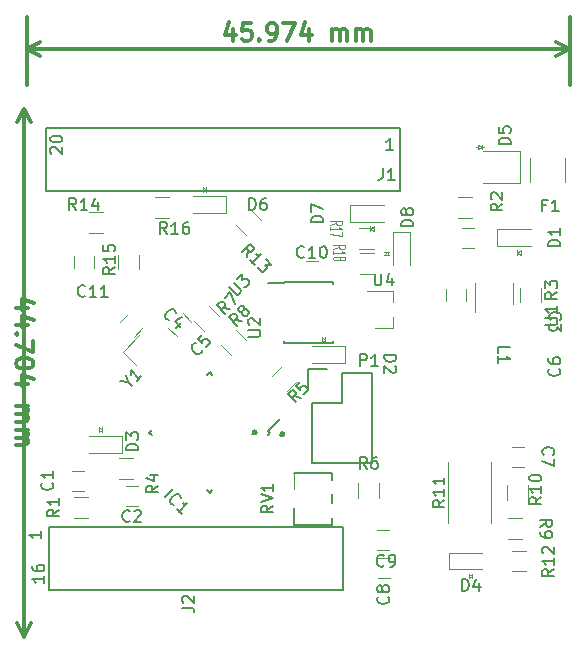
<source format=gbr>
%TF.GenerationSoftware,KiCad,Pcbnew,no-vcs-found-b18601d~60~ubuntu16.04.1*%
%TF.CreationDate,2017-12-11T16:29:56-05:00*%
%TF.ProjectId,etc.,6574632E2E6B696361645F7063620000,rev?*%
%TF.SameCoordinates,Original*%
%TF.FileFunction,Legend,Top*%
%TF.FilePolarity,Positive*%
%FSLAX46Y46*%
G04 Gerber Fmt 4.6, Leading zero omitted, Abs format (unit mm)*
G04 Created by KiCad (PCBNEW no-vcs-found-b18601d~60~ubuntu16.04.1) date Mon Dec 11 16:29:56 2017*
%MOMM*%
%LPD*%
G01*
G04 APERTURE LIST*
%ADD10C,0.300000*%
%ADD11C,0.120000*%
%ADD12C,0.100000*%
%ADD13C,0.150000*%
%ADD14C,0.500000*%
%ADD15C,0.125000*%
G04 APERTURE END LIST*
D10*
X154901000Y-66400571D02*
X154901000Y-67400571D01*
X154543857Y-65829142D02*
X154186714Y-66900571D01*
X155115285Y-66900571D01*
X156401000Y-65900571D02*
X155686714Y-65900571D01*
X155615285Y-66614857D01*
X155686714Y-66543428D01*
X155829571Y-66472000D01*
X156186714Y-66472000D01*
X156329571Y-66543428D01*
X156401000Y-66614857D01*
X156472428Y-66757714D01*
X156472428Y-67114857D01*
X156401000Y-67257714D01*
X156329571Y-67329142D01*
X156186714Y-67400571D01*
X155829571Y-67400571D01*
X155686714Y-67329142D01*
X155615285Y-67257714D01*
X157115285Y-67257714D02*
X157186714Y-67329142D01*
X157115285Y-67400571D01*
X157043857Y-67329142D01*
X157115285Y-67257714D01*
X157115285Y-67400571D01*
X157901000Y-67400571D02*
X158186714Y-67400571D01*
X158329571Y-67329142D01*
X158401000Y-67257714D01*
X158543857Y-67043428D01*
X158615285Y-66757714D01*
X158615285Y-66186285D01*
X158543857Y-66043428D01*
X158472428Y-65972000D01*
X158329571Y-65900571D01*
X158043857Y-65900571D01*
X157901000Y-65972000D01*
X157829571Y-66043428D01*
X157758142Y-66186285D01*
X157758142Y-66543428D01*
X157829571Y-66686285D01*
X157901000Y-66757714D01*
X158043857Y-66829142D01*
X158329571Y-66829142D01*
X158472428Y-66757714D01*
X158543857Y-66686285D01*
X158615285Y-66543428D01*
X159115285Y-65900571D02*
X160115285Y-65900571D01*
X159472428Y-67400571D01*
X161329571Y-66400571D02*
X161329571Y-67400571D01*
X160972428Y-65829142D02*
X160615285Y-66900571D01*
X161543857Y-66900571D01*
X163258142Y-67400571D02*
X163258142Y-66400571D01*
X163258142Y-66543428D02*
X163329571Y-66472000D01*
X163472428Y-66400571D01*
X163686714Y-66400571D01*
X163829571Y-66472000D01*
X163901000Y-66614857D01*
X163901000Y-67400571D01*
X163901000Y-66614857D02*
X163972428Y-66472000D01*
X164115285Y-66400571D01*
X164329571Y-66400571D01*
X164472428Y-66472000D01*
X164543857Y-66614857D01*
X164543857Y-67400571D01*
X165258142Y-67400571D02*
X165258142Y-66400571D01*
X165258142Y-66543428D02*
X165329571Y-66472000D01*
X165472428Y-66400571D01*
X165686714Y-66400571D01*
X165829571Y-66472000D01*
X165901000Y-66614857D01*
X165901000Y-67400571D01*
X165901000Y-66614857D02*
X165972428Y-66472000D01*
X166115285Y-66400571D01*
X166329571Y-66400571D01*
X166472428Y-66472000D01*
X166543857Y-66614857D01*
X166543857Y-67400571D01*
X137414000Y-68072000D02*
X183388000Y-68072000D01*
X137414000Y-71120000D02*
X137414000Y-65372000D01*
X183388000Y-71120000D02*
X183388000Y-65372000D01*
X183388000Y-68072000D02*
X182261496Y-68658421D01*
X183388000Y-68072000D02*
X182261496Y-67485579D01*
X137414000Y-68072000D02*
X138540504Y-68658421D01*
X137414000Y-68072000D02*
X138540504Y-67485579D01*
X137481428Y-90004000D02*
X136481428Y-90004000D01*
X138052857Y-89646857D02*
X136981428Y-89289714D01*
X136981428Y-90218285D01*
X137481428Y-91432571D02*
X136481428Y-91432571D01*
X138052857Y-91075428D02*
X136981428Y-90718285D01*
X136981428Y-91646857D01*
X136624285Y-92218285D02*
X136552857Y-92289714D01*
X136481428Y-92218285D01*
X136552857Y-92146857D01*
X136624285Y-92218285D01*
X136481428Y-92218285D01*
X137981428Y-92789714D02*
X137981428Y-93789714D01*
X136481428Y-93146857D01*
X137981428Y-94646857D02*
X137981428Y-94789714D01*
X137910000Y-94932571D01*
X137838571Y-95004000D01*
X137695714Y-95075428D01*
X137410000Y-95146857D01*
X137052857Y-95146857D01*
X136767142Y-95075428D01*
X136624285Y-95004000D01*
X136552857Y-94932571D01*
X136481428Y-94789714D01*
X136481428Y-94646857D01*
X136552857Y-94504000D01*
X136624285Y-94432571D01*
X136767142Y-94361142D01*
X137052857Y-94289714D01*
X137410000Y-94289714D01*
X137695714Y-94361142D01*
X137838571Y-94432571D01*
X137910000Y-94504000D01*
X137981428Y-94646857D01*
X137481428Y-96432571D02*
X136481428Y-96432571D01*
X138052857Y-96075428D02*
X136981428Y-95718285D01*
X136981428Y-96646857D01*
X136481428Y-98361142D02*
X137481428Y-98361142D01*
X137338571Y-98361142D02*
X137410000Y-98432571D01*
X137481428Y-98575428D01*
X137481428Y-98789714D01*
X137410000Y-98932571D01*
X137267142Y-99004000D01*
X136481428Y-99004000D01*
X137267142Y-99004000D02*
X137410000Y-99075428D01*
X137481428Y-99218285D01*
X137481428Y-99432571D01*
X137410000Y-99575428D01*
X137267142Y-99646857D01*
X136481428Y-99646857D01*
X136481428Y-100361142D02*
X137481428Y-100361142D01*
X137338571Y-100361142D02*
X137410000Y-100432571D01*
X137481428Y-100575428D01*
X137481428Y-100789714D01*
X137410000Y-100932571D01*
X137267142Y-101004000D01*
X136481428Y-101004000D01*
X137267142Y-101004000D02*
X137410000Y-101075428D01*
X137481428Y-101218285D01*
X137481428Y-101432571D01*
X137410000Y-101575428D01*
X137267142Y-101646857D01*
X136481428Y-101646857D01*
X137160000Y-73152000D02*
X137160000Y-117856000D01*
X137160000Y-73152000D02*
X137160000Y-73152000D01*
X137160000Y-117856000D02*
X137160000Y-117856000D01*
X137160000Y-117856000D02*
X136573579Y-116729496D01*
X137160000Y-117856000D02*
X137746421Y-116729496D01*
X137160000Y-73152000D02*
X136573579Y-74278504D01*
X137160000Y-73152000D02*
X137746421Y-74278504D01*
D11*
%TO.C,D8*%
X169864000Y-83628000D02*
X169864000Y-86428000D01*
X168464000Y-83628000D02*
X168464000Y-86428000D01*
D12*
X168094000Y-85582000D02*
X167694000Y-85582000D01*
X167694000Y-85582000D02*
X167894000Y-85282000D01*
X167894000Y-85282000D02*
X168094000Y-85582000D01*
X168094000Y-85282000D02*
X167694000Y-85282000D01*
D11*
X169864000Y-83628000D02*
X168464000Y-83628000D01*
D13*
%TO.C,U2*%
X159214999Y-87849000D02*
X159215000Y-87899000D01*
X163365001Y-87849000D02*
X163365000Y-87994000D01*
X163365001Y-92999000D02*
X163365000Y-92854000D01*
X159214999Y-92999000D02*
X159215000Y-92854000D01*
X159214999Y-87849000D02*
X163365001Y-87849000D01*
X159214999Y-92999000D02*
X163365001Y-92999000D01*
X159215000Y-87899000D02*
X157815000Y-87898999D01*
D11*
%TO.C,D3*%
X145480001Y-102300000D02*
X145480001Y-100900000D01*
D12*
X143826001Y-100530000D02*
X143826002Y-100130000D01*
X143826001Y-100330000D02*
X143526001Y-100530000D01*
X143526002Y-100130000D02*
X143826001Y-100330000D01*
X143526001Y-100530000D02*
X143526002Y-100130000D01*
D11*
X145480001Y-100900000D02*
X142680001Y-100900000D01*
X145480001Y-102300000D02*
X142680001Y-102300000D01*
D13*
%TO.C,J2*%
X139300000Y-108602000D02*
X139300000Y-113902000D01*
X164230000Y-108602000D02*
X164230000Y-113902000D01*
X139300000Y-108602000D02*
X164230000Y-108602000D01*
X139300000Y-113902000D02*
X164230000Y-113902000D01*
%TO.C,J1*%
X139046000Y-74820001D02*
X139045999Y-80120000D01*
X169056000Y-74820000D02*
X169056000Y-80120000D01*
X139046000Y-74820001D02*
X169056000Y-74820000D01*
X139045999Y-80120000D02*
X169056000Y-80120000D01*
D11*
%TO.C,R13*%
X156012010Y-83850518D02*
X155163482Y-83001990D01*
X156407990Y-81757482D02*
X157256518Y-82606010D01*
D13*
%TO.C,P1*%
X161544000Y-98044000D02*
X161543999Y-103124000D01*
X161264000Y-95224000D02*
X162814000Y-95223999D01*
X164084000Y-95504000D02*
X164084000Y-98044000D01*
X164084000Y-98044000D02*
X161544000Y-98044000D01*
X161543999Y-103124000D02*
X166624000Y-103124000D01*
X166624000Y-103124000D02*
X166624000Y-98044000D01*
X161264000Y-95224000D02*
X161263999Y-96774000D01*
X166624000Y-95504000D02*
X164084000Y-95504000D01*
X166624000Y-98044000D02*
X166624000Y-95504000D01*
D14*
%TO.C,IC1*%
X156712548Y-100566039D02*
G75*
G03X156712548Y-100566039I-50801J0D01*
G01*
X159047414Y-100709724D02*
G75*
G03X159047414Y-100709724I-50800J0D01*
G01*
D13*
X158034524Y-100584000D02*
X157875425Y-100424901D01*
X152908000Y-105710524D02*
X152678190Y-105480714D01*
X147781476Y-100584000D02*
X148011286Y-100813810D01*
X152908000Y-95457476D02*
X153137810Y-95687286D01*
X158034524Y-100584000D02*
X157804714Y-100813810D01*
X152908000Y-95457476D02*
X152678190Y-95687286D01*
X147781476Y-100584000D02*
X148011286Y-100354190D01*
X152908000Y-105710524D02*
X153137810Y-105480714D01*
X157875425Y-100424901D02*
X158883052Y-99417274D01*
D11*
%TO.C,D2*%
X164360000Y-94680000D02*
X161560000Y-94680000D01*
X164360000Y-93280000D02*
X161560000Y-93280000D01*
D12*
X162406000Y-92910000D02*
X162406001Y-92510000D01*
X162406001Y-92510000D02*
X162706000Y-92710000D01*
X162706000Y-92710000D02*
X162406000Y-92910000D01*
X162706000Y-92910000D02*
X162706001Y-92510000D01*
D11*
X164360000Y-94680000D02*
X164360000Y-93280000D01*
%TO.C,D6*%
X154284000Y-81980000D02*
X154284000Y-80580000D01*
D12*
X152630000Y-80210000D02*
X152630000Y-79810000D01*
X152630000Y-80010000D02*
X152330000Y-80210000D01*
X152330000Y-79810000D02*
X152630000Y-80010000D01*
X152330000Y-80210000D02*
X152330000Y-79810000D01*
D11*
X154284000Y-80580000D02*
X151484000Y-80580000D01*
X154284000Y-81980000D02*
X151484000Y-81980000D01*
D12*
%TO.C,Y1*%
X145536416Y-93754843D02*
X146950629Y-92340629D01*
X145536416Y-93754843D02*
X146667786Y-94886214D01*
D11*
%TO.C,C1*%
X142232000Y-103798000D02*
X141232000Y-103798000D01*
X141232000Y-105498000D02*
X142232000Y-105498000D01*
%TO.C,C2*%
X145804000Y-106768000D02*
X146804000Y-106768000D01*
X146804000Y-105068000D02*
X145804000Y-105068000D01*
%TO.C,C3*%
X174268000Y-84924000D02*
X175268000Y-84924000D01*
X175268000Y-83224000D02*
X174268000Y-83224000D01*
%TO.C,C4*%
X146001620Y-90540299D02*
X145294513Y-91247406D01*
X146496594Y-92449487D02*
X147203701Y-91742380D01*
%TO.C,C5*%
X151322594Y-91192513D02*
X150615487Y-90485406D01*
X149413406Y-91687487D02*
X150120513Y-92394594D01*
%TO.C,C6*%
X172886000Y-88400000D02*
X172886000Y-89400000D01*
X174586000Y-89400000D02*
X174586000Y-88400000D01*
%TO.C,C7*%
X179493796Y-101758342D02*
X178493796Y-101758342D01*
X178493796Y-103458342D02*
X179493796Y-103458342D01*
%TO.C,C8*%
X167140000Y-112864000D02*
X168140000Y-112864000D01*
X168140000Y-111164000D02*
X167140000Y-111164000D01*
%TO.C,C9*%
X168080466Y-108846262D02*
X167080466Y-108846262D01*
X167080466Y-110546262D02*
X168080466Y-110546262D01*
%TO.C,C10*%
X162060000Y-86018000D02*
X161060000Y-86018000D01*
X161060000Y-87718000D02*
X162060000Y-87718000D01*
%TO.C,C11*%
X143090000Y-86606000D02*
X143090000Y-85606000D01*
X141390000Y-85606000D02*
X141390000Y-86606000D01*
%TO.C,D1*%
X177270000Y-83374000D02*
X177270000Y-84774000D01*
D12*
X178924000Y-85144000D02*
X178924000Y-85544000D01*
X178924000Y-85344000D02*
X179224000Y-85144000D01*
X179224000Y-85544000D02*
X178924000Y-85344000D01*
X179224000Y-85144000D02*
X179224000Y-85544000D01*
D11*
X177270000Y-84774000D02*
X180070000Y-84774000D01*
X177270000Y-83374000D02*
X180070000Y-83374000D01*
%TO.C,D4*%
X173198545Y-110747295D02*
X173198545Y-112147295D01*
D12*
X174852545Y-112517295D02*
X174852545Y-112917295D01*
X174852545Y-112717295D02*
X175152545Y-112517295D01*
X175152545Y-112917295D02*
X174852545Y-112717295D01*
X175152545Y-112517295D02*
X175152545Y-112917295D01*
D11*
X173198545Y-112147295D02*
X175998545Y-112147295D01*
X173198545Y-110747295D02*
X175998545Y-110747295D01*
%TO.C,D5*%
X179197000Y-79438500D02*
X179197000Y-76771500D01*
D12*
X175638000Y-76409000D02*
X175488000Y-76409000D01*
X175638000Y-76609000D02*
X175938000Y-76409000D01*
X175638000Y-76209000D02*
X175638000Y-76609000D01*
X175938000Y-76409000D02*
X175638000Y-76209000D01*
X175938000Y-76409000D02*
X176088000Y-76409000D01*
X175938000Y-76209000D02*
X175938000Y-76609000D01*
D11*
X179197000Y-76771500D02*
X176022000Y-76771500D01*
X179197000Y-79438500D02*
X176022000Y-79438500D01*
%TO.C,D7*%
X164824000Y-81342000D02*
X167624000Y-81342000D01*
X164824000Y-82742000D02*
X167624000Y-82742000D01*
D12*
X166778000Y-83112000D02*
X166778000Y-83512000D01*
X166778000Y-83512000D02*
X166478000Y-83312000D01*
X166478000Y-83312000D02*
X166778000Y-83112000D01*
X166478000Y-83112000D02*
X166478000Y-83512000D01*
D11*
X164824000Y-81342000D02*
X164824000Y-82742000D01*
%TO.C,F1*%
X180003000Y-79359000D02*
X180003000Y-77359000D01*
X182963000Y-77359000D02*
X182963000Y-79359000D01*
%TO.C,R1*%
X142586000Y-107814000D02*
X141386000Y-107814000D01*
X141386000Y-106054000D02*
X142586000Y-106054000D01*
%TO.C,R2*%
X175098000Y-82414000D02*
X173898000Y-82414000D01*
X173898000Y-80654000D02*
X175098000Y-80654000D01*
%TO.C,R3*%
X179206000Y-89500000D02*
X179206000Y-88300000D01*
X180966000Y-88300000D02*
X180966000Y-89500000D01*
%TO.C,R4*%
X145196000Y-102752000D02*
X146396000Y-102752000D01*
X146396000Y-104512000D02*
X145196000Y-104512000D01*
%TO.C,R5*%
X158211482Y-95814010D02*
X159060010Y-94965482D01*
X160304518Y-96209990D02*
X159455990Y-97058518D01*
%TO.C,R6*%
X165490000Y-106076001D02*
X165490000Y-104876001D01*
X167250000Y-104876001D02*
X167250000Y-106076001D01*
%TO.C,R7*%
X152456010Y-91978518D02*
X151607482Y-91129990D01*
X152851990Y-89885482D02*
X153700518Y-90734010D01*
%TO.C,R8*%
X155137990Y-91917482D02*
X155986518Y-92766010D01*
X154742010Y-94010518D02*
X153893482Y-93161990D01*
%TO.C,R9*%
X179339796Y-109584342D02*
X178139796Y-109584342D01*
X178139796Y-107824342D02*
X179339796Y-107824342D01*
%TO.C,R10*%
X179873796Y-105056342D02*
X179873796Y-106256342D01*
X178113796Y-106256342D02*
X178113796Y-105056342D01*
%TO.C,R11*%
X176749796Y-103056342D02*
X176749796Y-108256342D01*
X173109796Y-108256342D02*
X173109796Y-103056342D01*
%TO.C,R12*%
X178470000Y-110567295D02*
X179670000Y-110567295D01*
X179670000Y-112327295D02*
X178470000Y-112327295D01*
%TO.C,R14*%
X143856000Y-83684000D02*
X142656000Y-83684000D01*
X142656000Y-81924000D02*
X143856000Y-81924000D01*
%TO.C,R15*%
X146930000Y-85506000D02*
X146930000Y-86706000D01*
X145170000Y-86706000D02*
X145170000Y-85506000D01*
%TO.C,R16*%
X149444000Y-82414000D02*
X148244000Y-82414000D01*
X148244000Y-80654000D02*
X149444000Y-80654000D01*
%TO.C,R17*%
X165579873Y-83247135D02*
X166779873Y-83247135D01*
X166779873Y-85007135D02*
X165579873Y-85007135D01*
%TO.C,R18*%
X166840873Y-87166135D02*
X165640873Y-87166135D01*
X165640873Y-85406135D02*
X166840873Y-85406135D01*
%TO.C,RV1*%
X160020000Y-105372000D02*
X160020000Y-103972000D01*
D13*
X160020000Y-106972000D02*
X160020000Y-108372000D01*
X160020000Y-108372000D02*
X163270000Y-108372000D01*
X163270000Y-108372000D02*
X163270000Y-107772000D01*
X163270000Y-106572000D02*
X163270000Y-105772000D01*
X163270000Y-104572000D02*
X163270000Y-103972000D01*
X160040000Y-103972000D02*
X163270000Y-103972000D01*
D11*
%TO.C,U1*%
X178582000Y-89716000D02*
X178582000Y-87916000D01*
X175362000Y-87916000D02*
X175362000Y-90366000D01*
%TO.C,U4*%
X168400000Y-91750000D02*
X168400000Y-90820000D01*
X168400000Y-88590000D02*
X168400000Y-89520000D01*
X168400000Y-88590000D02*
X166240000Y-88590000D01*
X168400000Y-91750000D02*
X166940000Y-91750000D01*
%TO.C,D8*%
D13*
X170124380Y-83118095D02*
X169124380Y-83118095D01*
X169124380Y-82880000D01*
X169172000Y-82737142D01*
X169267238Y-82641904D01*
X169362476Y-82594285D01*
X169552952Y-82546666D01*
X169695809Y-82546666D01*
X169886285Y-82594285D01*
X169981523Y-82641904D01*
X170076761Y-82737142D01*
X170124380Y-82880000D01*
X170124380Y-83118095D01*
X169552952Y-81975238D02*
X169505333Y-82070476D01*
X169457714Y-82118095D01*
X169362476Y-82165714D01*
X169314857Y-82165714D01*
X169219619Y-82118095D01*
X169172000Y-82070476D01*
X169124380Y-81975238D01*
X169124380Y-81784761D01*
X169172000Y-81689523D01*
X169219619Y-81641904D01*
X169314857Y-81594285D01*
X169362476Y-81594285D01*
X169457714Y-81641904D01*
X169505333Y-81689523D01*
X169552952Y-81784761D01*
X169552952Y-81975238D01*
X169600571Y-82070476D01*
X169648190Y-82118095D01*
X169743428Y-82165714D01*
X169933904Y-82165714D01*
X170029142Y-82118095D01*
X170076761Y-82070476D01*
X170124380Y-81975238D01*
X170124380Y-81784761D01*
X170076761Y-81689523D01*
X170029142Y-81641904D01*
X169933904Y-81594285D01*
X169743428Y-81594285D01*
X169648190Y-81641904D01*
X169600571Y-81689523D01*
X169552952Y-81784761D01*
%TO.C,U2*%
X156170380Y-92455904D02*
X156979904Y-92455904D01*
X157075142Y-92408285D01*
X157122761Y-92360666D01*
X157170380Y-92265428D01*
X157170380Y-92074952D01*
X157122761Y-91979714D01*
X157075142Y-91932095D01*
X156979904Y-91884476D01*
X156170380Y-91884476D01*
X156265619Y-91455904D02*
X156218000Y-91408285D01*
X156170380Y-91313047D01*
X156170380Y-91074952D01*
X156218000Y-90979714D01*
X156265619Y-90932095D01*
X156360857Y-90884476D01*
X156456095Y-90884476D01*
X156598952Y-90932095D01*
X157170380Y-91503523D01*
X157170380Y-90884476D01*
%TO.C,D3*%
X146842382Y-102084095D02*
X145842382Y-102084095D01*
X145842382Y-101846000D01*
X145890002Y-101703142D01*
X145985240Y-101607904D01*
X146080478Y-101560285D01*
X146270954Y-101512666D01*
X146413811Y-101512666D01*
X146604287Y-101560285D01*
X146699525Y-101607904D01*
X146794763Y-101703142D01*
X146842382Y-101846000D01*
X146842382Y-102084095D01*
X145842382Y-101179333D02*
X145842382Y-100560285D01*
X146223335Y-100893619D01*
X146223335Y-100750761D01*
X146270954Y-100655523D01*
X146318573Y-100607904D01*
X146413811Y-100560285D01*
X146651906Y-100560285D01*
X146747144Y-100607904D01*
X146794763Y-100655523D01*
X146842382Y-100750761D01*
X146842382Y-101036476D01*
X146794763Y-101131714D01*
X146747144Y-101179333D01*
%TO.C,J2*%
X150582380Y-115395333D02*
X151296666Y-115395333D01*
X151439523Y-115442952D01*
X151534761Y-115538190D01*
X151582380Y-115681047D01*
X151582380Y-115776285D01*
X150677619Y-114966761D02*
X150630000Y-114919142D01*
X150582380Y-114823904D01*
X150582380Y-114585809D01*
X150630000Y-114490571D01*
X150677619Y-114442952D01*
X150772857Y-114395333D01*
X150868095Y-114395333D01*
X151010952Y-114442952D01*
X151582380Y-115014380D01*
X151582380Y-114395333D01*
X138882380Y-112712476D02*
X138882380Y-113283904D01*
X138882380Y-112998190D02*
X137882380Y-112998190D01*
X138025238Y-113093428D01*
X138120476Y-113188666D01*
X138168095Y-113283904D01*
X137882380Y-111855333D02*
X137882380Y-112045809D01*
X137930000Y-112141047D01*
X137977619Y-112188666D01*
X138120476Y-112283904D01*
X138310952Y-112331523D01*
X138691904Y-112331523D01*
X138787142Y-112283904D01*
X138834761Y-112236285D01*
X138882380Y-112141047D01*
X138882380Y-111950571D01*
X138834761Y-111855333D01*
X138787142Y-111807714D01*
X138691904Y-111760095D01*
X138453809Y-111760095D01*
X138358571Y-111807714D01*
X138310952Y-111855333D01*
X138263333Y-111950571D01*
X138263333Y-112141047D01*
X138310952Y-112236285D01*
X138358571Y-112283904D01*
X138453809Y-112331523D01*
X138628380Y-108934285D02*
X138628380Y-109505714D01*
X138628380Y-109220000D02*
X137628380Y-109220000D01*
X137771238Y-109315238D01*
X137866476Y-109410476D01*
X137914095Y-109505714D01*
%TO.C,J1*%
X167560666Y-78192380D02*
X167560666Y-78906666D01*
X167513047Y-79049523D01*
X167417809Y-79144761D01*
X167274952Y-79192380D01*
X167179714Y-79192380D01*
X168560666Y-79192380D02*
X167989238Y-79192380D01*
X168274952Y-79192380D02*
X168274952Y-78192380D01*
X168179714Y-78335238D01*
X168084476Y-78430476D01*
X167989238Y-78478095D01*
X139501619Y-76961904D02*
X139454000Y-76914285D01*
X139406380Y-76819047D01*
X139406380Y-76580952D01*
X139454000Y-76485714D01*
X139501619Y-76438095D01*
X139596857Y-76390476D01*
X139692095Y-76390476D01*
X139834952Y-76438095D01*
X140406380Y-77009523D01*
X140406380Y-76390476D01*
X139406380Y-75771428D02*
X139406380Y-75676190D01*
X139454000Y-75580952D01*
X139501619Y-75533333D01*
X139596857Y-75485714D01*
X139787333Y-75438095D01*
X140025428Y-75438095D01*
X140215904Y-75485714D01*
X140311142Y-75533333D01*
X140358761Y-75580952D01*
X140406380Y-75676190D01*
X140406380Y-75771428D01*
X140358761Y-75866666D01*
X140311142Y-75914285D01*
X140215904Y-75961904D01*
X140025428Y-76009523D01*
X139787333Y-76009523D01*
X139596857Y-75961904D01*
X139501619Y-75914285D01*
X139454000Y-75866666D01*
X139406380Y-75771428D01*
X168433713Y-76652380D02*
X167862284Y-76652380D01*
X168147999Y-76652380D02*
X168147999Y-75652380D01*
X168052760Y-75795238D01*
X167957522Y-75890476D01*
X167862284Y-75938095D01*
%TO.C,R13*%
X156033797Y-85717312D02*
X156134812Y-85144893D01*
X155629736Y-85313251D02*
X156336843Y-84606145D01*
X156606217Y-84875519D01*
X156639889Y-84976534D01*
X156639889Y-85043877D01*
X156606217Y-85144893D01*
X156505202Y-85245908D01*
X156404186Y-85279580D01*
X156336843Y-85279580D01*
X156235828Y-85245908D01*
X155966454Y-84976534D01*
X156707232Y-86390748D02*
X156303171Y-85986687D01*
X156505202Y-86188717D02*
X157212309Y-85481610D01*
X157043950Y-85515282D01*
X156909263Y-85515282D01*
X156808248Y-85481610D01*
X157650041Y-85919343D02*
X158087774Y-86357076D01*
X157582698Y-86390748D01*
X157683713Y-86491763D01*
X157717385Y-86592778D01*
X157717385Y-86660122D01*
X157683713Y-86761137D01*
X157515354Y-86929496D01*
X157414339Y-86963167D01*
X157346996Y-86963167D01*
X157245980Y-86929496D01*
X157043950Y-86727465D01*
X157010278Y-86626450D01*
X157010278Y-86559106D01*
%TO.C,P1*%
X165631904Y-94940380D02*
X165631904Y-93940380D01*
X166012857Y-93940380D01*
X166108095Y-93988000D01*
X166155714Y-94035619D01*
X166203333Y-94130857D01*
X166203333Y-94273714D01*
X166155714Y-94368952D01*
X166108095Y-94416571D01*
X166012857Y-94464190D01*
X165631904Y-94464190D01*
X167155714Y-94940380D02*
X166584285Y-94940380D01*
X166870000Y-94940380D02*
X166870000Y-93940380D01*
X166774761Y-94083238D01*
X166679523Y-94178476D01*
X166584285Y-94226095D01*
%TO.C,IC1*%
X149103847Y-106055610D02*
X149810954Y-105348503D01*
X149911969Y-106729045D02*
X149844625Y-106729045D01*
X149709938Y-106661702D01*
X149642595Y-106594358D01*
X149575251Y-106459671D01*
X149575251Y-106324984D01*
X149608923Y-106223969D01*
X149709938Y-106055610D01*
X149810954Y-105954595D01*
X149979312Y-105853580D01*
X150080328Y-105819908D01*
X150215015Y-105819908D01*
X150349702Y-105887251D01*
X150417045Y-105954595D01*
X150484389Y-106089282D01*
X150484389Y-106156625D01*
X150518061Y-107469824D02*
X150114000Y-107065763D01*
X150316030Y-107267793D02*
X151023137Y-106560687D01*
X150854778Y-106594358D01*
X150720091Y-106594358D01*
X150619076Y-106560687D01*
%TO.C,D2*%
X167695619Y-94003904D02*
X168695619Y-94003904D01*
X168695619Y-94242000D01*
X168648000Y-94384857D01*
X168552761Y-94480095D01*
X168457523Y-94527714D01*
X168267047Y-94575333D01*
X168124190Y-94575333D01*
X167933714Y-94527714D01*
X167838476Y-94480095D01*
X167743238Y-94384857D01*
X167695619Y-94242000D01*
X167695619Y-94003904D01*
X168600380Y-94956285D02*
X168648000Y-95003904D01*
X168695619Y-95099142D01*
X168695619Y-95337238D01*
X168648000Y-95432476D01*
X168600380Y-95480095D01*
X168505142Y-95527714D01*
X168409904Y-95527714D01*
X168267047Y-95480095D01*
X167695619Y-94908666D01*
X167695619Y-95527714D01*
%TO.C,U3*%
X154522026Y-88289522D02*
X155094446Y-88861942D01*
X155195461Y-88895614D01*
X155262805Y-88895614D01*
X155363820Y-88861942D01*
X155498507Y-88727255D01*
X155532179Y-88626240D01*
X155532179Y-88558896D01*
X155498507Y-88457881D01*
X154926087Y-87885461D01*
X155195461Y-87616087D02*
X155633194Y-87178355D01*
X155666866Y-87683431D01*
X155767881Y-87582416D01*
X155868896Y-87548744D01*
X155936240Y-87548744D01*
X156037255Y-87582416D01*
X156205614Y-87750774D01*
X156239286Y-87851790D01*
X156239286Y-87919133D01*
X156205614Y-88020148D01*
X156003583Y-88222179D01*
X155902568Y-88255851D01*
X155835225Y-88255851D01*
%TO.C,D6*%
X156233904Y-81732380D02*
X156233904Y-80732380D01*
X156472000Y-80732380D01*
X156614857Y-80780000D01*
X156710095Y-80875238D01*
X156757714Y-80970476D01*
X156805333Y-81160952D01*
X156805333Y-81303809D01*
X156757714Y-81494285D01*
X156710095Y-81589523D01*
X156614857Y-81684761D01*
X156472000Y-81732380D01*
X156233904Y-81732380D01*
X157662476Y-80732380D02*
X157472000Y-80732380D01*
X157376761Y-80780000D01*
X157329142Y-80827619D01*
X157233904Y-80970476D01*
X157186285Y-81160952D01*
X157186285Y-81541904D01*
X157233904Y-81637142D01*
X157281523Y-81684761D01*
X157376761Y-81732380D01*
X157567238Y-81732380D01*
X157662476Y-81684761D01*
X157710095Y-81637142D01*
X157757714Y-81541904D01*
X157757714Y-81303809D01*
X157710095Y-81208571D01*
X157662476Y-81160952D01*
X157567238Y-81113333D01*
X157376761Y-81113333D01*
X157281523Y-81160952D01*
X157233904Y-81208571D01*
X157186285Y-81303809D01*
%TO.C,Y1*%
X145950446Y-96331881D02*
X146287164Y-96668599D01*
X145344355Y-96197194D02*
X145950446Y-96331881D01*
X145815759Y-95725790D01*
X147128957Y-95826805D02*
X146724896Y-96230866D01*
X146926927Y-96028835D02*
X146219820Y-95321729D01*
X146253492Y-95490087D01*
X146253492Y-95624774D01*
X146219820Y-95725790D01*
%TO.C,C1*%
X139549142Y-104814666D02*
X139596761Y-104862285D01*
X139644380Y-105005142D01*
X139644380Y-105100380D01*
X139596761Y-105243238D01*
X139501523Y-105338476D01*
X139406285Y-105386095D01*
X139215809Y-105433714D01*
X139072952Y-105433714D01*
X138882476Y-105386095D01*
X138787238Y-105338476D01*
X138692000Y-105243238D01*
X138644380Y-105100380D01*
X138644380Y-105005142D01*
X138692000Y-104862285D01*
X138739619Y-104814666D01*
X139644380Y-103862285D02*
X139644380Y-104433714D01*
X139644380Y-104148000D02*
X138644380Y-104148000D01*
X138787238Y-104243238D01*
X138882476Y-104338476D01*
X138930095Y-104433714D01*
%TO.C,C2*%
X146137333Y-108053142D02*
X146089714Y-108100761D01*
X145946857Y-108148380D01*
X145851619Y-108148380D01*
X145708761Y-108100761D01*
X145613523Y-108005523D01*
X145565904Y-107910285D01*
X145518285Y-107719809D01*
X145518285Y-107576952D01*
X145565904Y-107386476D01*
X145613523Y-107291238D01*
X145708761Y-107196000D01*
X145851619Y-107148380D01*
X145946857Y-107148380D01*
X146089714Y-107196000D01*
X146137333Y-107243619D01*
X146518285Y-107243619D02*
X146565904Y-107196000D01*
X146661142Y-107148380D01*
X146899238Y-107148380D01*
X146994476Y-107196000D01*
X147042095Y-107243619D01*
X147089714Y-107338857D01*
X147089714Y-107434095D01*
X147042095Y-107576952D01*
X146470666Y-108148380D01*
X147089714Y-108148380D01*
%TO.C,C3*%
X181760857Y-91019333D02*
X181713238Y-90971714D01*
X181665619Y-90828857D01*
X181665619Y-90733619D01*
X181713238Y-90590761D01*
X181808476Y-90495523D01*
X181903714Y-90447904D01*
X182094190Y-90400285D01*
X182237047Y-90400285D01*
X182427523Y-90447904D01*
X182522761Y-90495523D01*
X182618000Y-90590761D01*
X182665619Y-90733619D01*
X182665619Y-90828857D01*
X182618000Y-90971714D01*
X182570380Y-91019333D01*
X182665619Y-91352666D02*
X182665619Y-91971714D01*
X182284666Y-91638380D01*
X182284666Y-91781238D01*
X182237047Y-91876476D01*
X182189428Y-91924095D01*
X182094190Y-91971714D01*
X181856095Y-91971714D01*
X181760857Y-91924095D01*
X181713238Y-91876476D01*
X181665619Y-91781238D01*
X181665619Y-91495523D01*
X181713238Y-91400285D01*
X181760857Y-91352666D01*
%TO.C,C4*%
X149489609Y-91066687D02*
X149422266Y-91066687D01*
X149287579Y-90999343D01*
X149220235Y-90932000D01*
X149152892Y-90797312D01*
X149152892Y-90662625D01*
X149186563Y-90561610D01*
X149287579Y-90393251D01*
X149388594Y-90292236D01*
X149556953Y-90191221D01*
X149657968Y-90157549D01*
X149792655Y-90157549D01*
X149927342Y-90224893D01*
X149994686Y-90292236D01*
X150062029Y-90426923D01*
X150062029Y-90494267D01*
X150499762Y-91268717D02*
X150028357Y-91740122D01*
X150600777Y-90830984D02*
X149927342Y-91167702D01*
X150365075Y-91605435D01*
%TO.C,C5*%
X152280687Y-93588389D02*
X152280687Y-93655732D01*
X152213343Y-93790419D01*
X152146000Y-93857763D01*
X152011312Y-93925106D01*
X151876625Y-93925106D01*
X151775610Y-93891435D01*
X151607251Y-93790419D01*
X151506236Y-93689404D01*
X151405221Y-93521045D01*
X151371549Y-93420030D01*
X151371549Y-93285343D01*
X151438893Y-93150656D01*
X151506236Y-93083312D01*
X151640923Y-93015969D01*
X151708267Y-93015969D01*
X152280687Y-92308862D02*
X151943969Y-92645580D01*
X152247015Y-93015969D01*
X152247015Y-92948625D01*
X152280687Y-92847610D01*
X152449045Y-92679251D01*
X152550061Y-92645580D01*
X152617404Y-92645580D01*
X152718419Y-92679251D01*
X152886778Y-92847610D01*
X152920450Y-92948625D01*
X152920450Y-93015969D01*
X152886778Y-93116984D01*
X152718419Y-93285343D01*
X152617404Y-93319015D01*
X152550061Y-93319015D01*
%TO.C,C6*%
X182475142Y-95162666D02*
X182522761Y-95210285D01*
X182570380Y-95353142D01*
X182570380Y-95448380D01*
X182522761Y-95591238D01*
X182427523Y-95686476D01*
X182332285Y-95734095D01*
X182141809Y-95781714D01*
X181998952Y-95781714D01*
X181808476Y-95734095D01*
X181713238Y-95686476D01*
X181618000Y-95591238D01*
X181570380Y-95448380D01*
X181570380Y-95353142D01*
X181618000Y-95210285D01*
X181665619Y-95162666D01*
X181570380Y-94305523D02*
X181570380Y-94496000D01*
X181618000Y-94591238D01*
X181665619Y-94638857D01*
X181808476Y-94734095D01*
X181998952Y-94781714D01*
X182379904Y-94781714D01*
X182475142Y-94734095D01*
X182522761Y-94686476D01*
X182570380Y-94591238D01*
X182570380Y-94400761D01*
X182522761Y-94305523D01*
X182475142Y-94257904D01*
X182379904Y-94210285D01*
X182141809Y-94210285D01*
X182046571Y-94257904D01*
X181998952Y-94305523D01*
X181951333Y-94400761D01*
X181951333Y-94591238D01*
X181998952Y-94686476D01*
X182046571Y-94734095D01*
X182141809Y-94781714D01*
%TO.C,C7*%
X181176653Y-102441675D02*
X181129034Y-102394056D01*
X181081415Y-102251199D01*
X181081415Y-102155961D01*
X181129034Y-102013103D01*
X181224272Y-101917865D01*
X181319510Y-101870246D01*
X181509986Y-101822627D01*
X181652843Y-101822627D01*
X181843319Y-101870246D01*
X181938557Y-101917865D01*
X182033796Y-102013103D01*
X182081415Y-102155961D01*
X182081415Y-102251199D01*
X182033796Y-102394056D01*
X181986176Y-102441675D01*
X182081415Y-102775008D02*
X182081415Y-103441675D01*
X181081415Y-103013103D01*
%TO.C,C8*%
X167997142Y-114466666D02*
X168044761Y-114514285D01*
X168092380Y-114657142D01*
X168092380Y-114752380D01*
X168044761Y-114895238D01*
X167949523Y-114990476D01*
X167854285Y-115038095D01*
X167663809Y-115085714D01*
X167520952Y-115085714D01*
X167330476Y-115038095D01*
X167235238Y-114990476D01*
X167140000Y-114895238D01*
X167092380Y-114752380D01*
X167092380Y-114657142D01*
X167140000Y-114514285D01*
X167187619Y-114466666D01*
X167520952Y-113895238D02*
X167473333Y-113990476D01*
X167425714Y-114038095D01*
X167330476Y-114085714D01*
X167282857Y-114085714D01*
X167187619Y-114038095D01*
X167140000Y-113990476D01*
X167092380Y-113895238D01*
X167092380Y-113704761D01*
X167140000Y-113609523D01*
X167187619Y-113561904D01*
X167282857Y-113514285D01*
X167330476Y-113514285D01*
X167425714Y-113561904D01*
X167473333Y-113609523D01*
X167520952Y-113704761D01*
X167520952Y-113895238D01*
X167568571Y-113990476D01*
X167616190Y-114038095D01*
X167711428Y-114085714D01*
X167901904Y-114085714D01*
X167997142Y-114038095D01*
X168044761Y-113990476D01*
X168092380Y-113895238D01*
X168092380Y-113704761D01*
X168044761Y-113609523D01*
X167997142Y-113561904D01*
X167901904Y-113514285D01*
X167711428Y-113514285D01*
X167616190Y-113561904D01*
X167568571Y-113609523D01*
X167520952Y-113704761D01*
%TO.C,C9*%
X167667799Y-111831404D02*
X167620180Y-111879023D01*
X167477323Y-111926642D01*
X167382085Y-111926642D01*
X167239227Y-111879023D01*
X167143989Y-111783785D01*
X167096370Y-111688547D01*
X167048751Y-111498071D01*
X167048751Y-111355214D01*
X167096370Y-111164738D01*
X167143989Y-111069500D01*
X167239227Y-110974262D01*
X167382085Y-110926642D01*
X167477323Y-110926642D01*
X167620180Y-110974262D01*
X167667799Y-111021881D01*
X168143989Y-111926642D02*
X168334466Y-111926642D01*
X168429704Y-111879023D01*
X168477323Y-111831404D01*
X168572561Y-111688547D01*
X168620180Y-111498071D01*
X168620180Y-111117119D01*
X168572561Y-111021881D01*
X168524942Y-110974262D01*
X168429704Y-110926642D01*
X168239227Y-110926642D01*
X168143989Y-110974262D01*
X168096370Y-111021881D01*
X168048751Y-111117119D01*
X168048751Y-111355214D01*
X168096370Y-111450452D01*
X168143989Y-111498071D01*
X168239227Y-111545690D01*
X168429704Y-111545690D01*
X168524942Y-111498071D01*
X168572561Y-111450452D01*
X168620180Y-111355214D01*
%TO.C,C10*%
X160901142Y-85701142D02*
X160853523Y-85748761D01*
X160710666Y-85796380D01*
X160615428Y-85796380D01*
X160472571Y-85748761D01*
X160377333Y-85653523D01*
X160329714Y-85558285D01*
X160282095Y-85367809D01*
X160282095Y-85224952D01*
X160329714Y-85034476D01*
X160377333Y-84939238D01*
X160472571Y-84844000D01*
X160615428Y-84796380D01*
X160710666Y-84796380D01*
X160853523Y-84844000D01*
X160901142Y-84891619D01*
X161853523Y-85796380D02*
X161282095Y-85796380D01*
X161567809Y-85796380D02*
X161567809Y-84796380D01*
X161472571Y-84939238D01*
X161377333Y-85034476D01*
X161282095Y-85082095D01*
X162472571Y-84796380D02*
X162567809Y-84796380D01*
X162663047Y-84844000D01*
X162710666Y-84891619D01*
X162758285Y-84986857D01*
X162805904Y-85177333D01*
X162805904Y-85415428D01*
X162758285Y-85605904D01*
X162710666Y-85701142D01*
X162663047Y-85748761D01*
X162567809Y-85796380D01*
X162472571Y-85796380D01*
X162377333Y-85748761D01*
X162329714Y-85701142D01*
X162282095Y-85605904D01*
X162234476Y-85415428D01*
X162234476Y-85177333D01*
X162282095Y-84986857D01*
X162329714Y-84891619D01*
X162377333Y-84844000D01*
X162472571Y-84796380D01*
%TO.C,C11*%
X142359142Y-89003142D02*
X142311523Y-89050761D01*
X142168666Y-89098380D01*
X142073428Y-89098380D01*
X141930571Y-89050761D01*
X141835333Y-88955523D01*
X141787714Y-88860285D01*
X141740095Y-88669809D01*
X141740095Y-88526952D01*
X141787714Y-88336476D01*
X141835333Y-88241238D01*
X141930571Y-88146000D01*
X142073428Y-88098380D01*
X142168666Y-88098380D01*
X142311523Y-88146000D01*
X142359142Y-88193619D01*
X143311523Y-89098380D02*
X142740095Y-89098380D01*
X143025809Y-89098380D02*
X143025809Y-88098380D01*
X142930571Y-88241238D01*
X142835333Y-88336476D01*
X142740095Y-88384095D01*
X144263904Y-89098380D02*
X143692476Y-89098380D01*
X143978190Y-89098380D02*
X143978190Y-88098380D01*
X143882952Y-88241238D01*
X143787714Y-88336476D01*
X143692476Y-88384095D01*
%TO.C,D1*%
X182570380Y-84812095D02*
X181570380Y-84812095D01*
X181570380Y-84574000D01*
X181618000Y-84431142D01*
X181713238Y-84335904D01*
X181808476Y-84288285D01*
X181998952Y-84240666D01*
X182141809Y-84240666D01*
X182332285Y-84288285D01*
X182427523Y-84335904D01*
X182522761Y-84431142D01*
X182570380Y-84574000D01*
X182570380Y-84812095D01*
X182570380Y-83288285D02*
X182570380Y-83859714D01*
X182570380Y-83574000D02*
X181570380Y-83574000D01*
X181713238Y-83669238D01*
X181808476Y-83764476D01*
X181856095Y-83859714D01*
%TO.C,D4*%
X174267904Y-113990380D02*
X174267904Y-112990380D01*
X174506000Y-112990380D01*
X174648857Y-113038000D01*
X174744095Y-113133238D01*
X174791714Y-113228476D01*
X174839333Y-113418952D01*
X174839333Y-113561809D01*
X174791714Y-113752285D01*
X174744095Y-113847523D01*
X174648857Y-113942761D01*
X174506000Y-113990380D01*
X174267904Y-113990380D01*
X175696476Y-113323714D02*
X175696476Y-113990380D01*
X175458380Y-112942761D02*
X175220285Y-113657047D01*
X175839333Y-113657047D01*
%TO.C,D5*%
X178379380Y-76176095D02*
X177379380Y-76176095D01*
X177379380Y-75938000D01*
X177427000Y-75795142D01*
X177522238Y-75699904D01*
X177617476Y-75652285D01*
X177807952Y-75604666D01*
X177950809Y-75604666D01*
X178141285Y-75652285D01*
X178236523Y-75699904D01*
X178331761Y-75795142D01*
X178379380Y-75938000D01*
X178379380Y-76176095D01*
X177379380Y-74699904D02*
X177379380Y-75176095D01*
X177855571Y-75223714D01*
X177807952Y-75176095D01*
X177760333Y-75080857D01*
X177760333Y-74842761D01*
X177807952Y-74747523D01*
X177855571Y-74699904D01*
X177950809Y-74652285D01*
X178188904Y-74652285D01*
X178284142Y-74699904D01*
X178331761Y-74747523D01*
X178379380Y-74842761D01*
X178379380Y-75080857D01*
X178331761Y-75176095D01*
X178284142Y-75223714D01*
%TO.C,D7*%
X162504380Y-82780095D02*
X161504380Y-82780095D01*
X161504380Y-82542000D01*
X161552000Y-82399142D01*
X161647238Y-82303904D01*
X161742476Y-82256285D01*
X161932952Y-82208666D01*
X162075809Y-82208666D01*
X162266285Y-82256285D01*
X162361523Y-82303904D01*
X162456761Y-82399142D01*
X162504380Y-82542000D01*
X162504380Y-82780095D01*
X161504380Y-81875333D02*
X161504380Y-81208666D01*
X162504380Y-81637238D01*
%TO.C,F1*%
X181403666Y-81335571D02*
X181070333Y-81335571D01*
X181070333Y-81859380D02*
X181070333Y-80859380D01*
X181546523Y-80859380D01*
X182451285Y-81859380D02*
X181879857Y-81859380D01*
X182165571Y-81859380D02*
X182165571Y-80859380D01*
X182070333Y-81002238D01*
X181975095Y-81097476D01*
X181879857Y-81145095D01*
%TO.C,L1*%
X177347619Y-93813333D02*
X177347619Y-93337142D01*
X178347619Y-93337142D01*
X177347619Y-94670476D02*
X177347619Y-94099047D01*
X177347619Y-94384761D02*
X178347619Y-94384761D01*
X178204761Y-94289523D01*
X178109523Y-94194285D01*
X178061904Y-94099047D01*
%TO.C,R1*%
X140152380Y-107100666D02*
X139676190Y-107434000D01*
X140152380Y-107672095D02*
X139152380Y-107672095D01*
X139152380Y-107291142D01*
X139200000Y-107195904D01*
X139247619Y-107148285D01*
X139342857Y-107100666D01*
X139485714Y-107100666D01*
X139580952Y-107148285D01*
X139628571Y-107195904D01*
X139676190Y-107291142D01*
X139676190Y-107672095D01*
X140152380Y-106148285D02*
X140152380Y-106719714D01*
X140152380Y-106434000D02*
X139152380Y-106434000D01*
X139295238Y-106529238D01*
X139390476Y-106624476D01*
X139438095Y-106719714D01*
%TO.C,R2*%
X177683380Y-81192666D02*
X177207190Y-81526000D01*
X177683380Y-81764095D02*
X176683380Y-81764095D01*
X176683380Y-81383142D01*
X176731000Y-81287904D01*
X176778619Y-81240285D01*
X176873857Y-81192666D01*
X177016714Y-81192666D01*
X177111952Y-81240285D01*
X177159571Y-81287904D01*
X177207190Y-81383142D01*
X177207190Y-81764095D01*
X176778619Y-80811714D02*
X176731000Y-80764095D01*
X176683380Y-80668857D01*
X176683380Y-80430761D01*
X176731000Y-80335523D01*
X176778619Y-80287904D01*
X176873857Y-80240285D01*
X176969095Y-80240285D01*
X177111952Y-80287904D01*
X177683380Y-80859333D01*
X177683380Y-80240285D01*
%TO.C,R3*%
X182316380Y-88685666D02*
X181840190Y-89019000D01*
X182316380Y-89257095D02*
X181316380Y-89257095D01*
X181316380Y-88876142D01*
X181364000Y-88780904D01*
X181411619Y-88733285D01*
X181506857Y-88685666D01*
X181649714Y-88685666D01*
X181744952Y-88733285D01*
X181792571Y-88780904D01*
X181840190Y-88876142D01*
X181840190Y-89257095D01*
X181316380Y-88352333D02*
X181316380Y-87733285D01*
X181697333Y-88066619D01*
X181697333Y-87923761D01*
X181744952Y-87828523D01*
X181792571Y-87780904D01*
X181887809Y-87733285D01*
X182125904Y-87733285D01*
X182221142Y-87780904D01*
X182268761Y-87828523D01*
X182316380Y-87923761D01*
X182316380Y-88209476D01*
X182268761Y-88304714D01*
X182221142Y-88352333D01*
%TO.C,R4*%
X148534380Y-105068666D02*
X148058190Y-105402000D01*
X148534380Y-105640095D02*
X147534380Y-105640095D01*
X147534380Y-105259142D01*
X147582000Y-105163904D01*
X147629619Y-105116285D01*
X147724857Y-105068666D01*
X147867714Y-105068666D01*
X147962952Y-105116285D01*
X148010571Y-105163904D01*
X148058190Y-105259142D01*
X148058190Y-105640095D01*
X147867714Y-104211523D02*
X148534380Y-104211523D01*
X147486761Y-104449619D02*
X148201047Y-104687714D01*
X148201047Y-104068666D01*
%TO.C,R5*%
X160626756Y-97616458D02*
X160054336Y-97515443D01*
X160222695Y-98020519D02*
X159515588Y-97313413D01*
X159784962Y-97044038D01*
X159885977Y-97010367D01*
X159953321Y-97010367D01*
X160054336Y-97044038D01*
X160155351Y-97145054D01*
X160189023Y-97246069D01*
X160189023Y-97313413D01*
X160155351Y-97414428D01*
X159885977Y-97683802D01*
X160559413Y-96269588D02*
X160222695Y-96606306D01*
X160525741Y-96976695D01*
X160525741Y-96909351D01*
X160559413Y-96808336D01*
X160727771Y-96639977D01*
X160828787Y-96606306D01*
X160896130Y-96606306D01*
X160997145Y-96639977D01*
X161165504Y-96808336D01*
X161199176Y-96909351D01*
X161199176Y-96976695D01*
X161165504Y-97077710D01*
X160997145Y-97246069D01*
X160896130Y-97279741D01*
X160828787Y-97279741D01*
%TO.C,R6*%
X166203333Y-103642381D02*
X165870000Y-103166191D01*
X165631904Y-103642381D02*
X165631904Y-102642381D01*
X166012857Y-102642381D01*
X166108095Y-102690001D01*
X166155714Y-102737620D01*
X166203333Y-102832858D01*
X166203333Y-102975715D01*
X166155714Y-103070953D01*
X166108095Y-103118572D01*
X166012857Y-103166191D01*
X165631904Y-103166191D01*
X167060476Y-102642381D02*
X166870000Y-102642381D01*
X166774761Y-102690001D01*
X166727142Y-102737620D01*
X166631904Y-102880477D01*
X166584285Y-103070953D01*
X166584285Y-103451905D01*
X166631904Y-103547143D01*
X166679523Y-103594762D01*
X166774761Y-103642381D01*
X166965238Y-103642381D01*
X167060476Y-103594762D01*
X167108095Y-103547143D01*
X167155714Y-103451905D01*
X167155714Y-103213810D01*
X167108095Y-103118572D01*
X167060476Y-103070953D01*
X166965238Y-103023334D01*
X166774761Y-103023334D01*
X166679523Y-103070953D01*
X166631904Y-103118572D01*
X166584285Y-103213810D01*
%TO.C,R7*%
X154634029Y-90099732D02*
X154061609Y-89998717D01*
X154229968Y-90503793D02*
X153522861Y-89796687D01*
X153792235Y-89527312D01*
X153893250Y-89493641D01*
X153960594Y-89493641D01*
X154061609Y-89527312D01*
X154162624Y-89628328D01*
X154196296Y-89729343D01*
X154196296Y-89796687D01*
X154162624Y-89897702D01*
X153893250Y-90167076D01*
X154162624Y-89156923D02*
X154634029Y-88685519D01*
X155038090Y-89695671D01*
%TO.C,R8*%
X155650030Y-91115732D02*
X155077610Y-91014717D01*
X155245969Y-91519793D02*
X154538862Y-90812687D01*
X154808236Y-90543312D01*
X154909251Y-90509641D01*
X154976595Y-90509641D01*
X155077610Y-90543312D01*
X155178625Y-90644328D01*
X155212297Y-90745343D01*
X155212297Y-90812687D01*
X155178625Y-90913702D01*
X154909251Y-91183076D01*
X155650030Y-90307610D02*
X155549015Y-90341282D01*
X155481671Y-90341282D01*
X155380656Y-90307610D01*
X155346984Y-90273938D01*
X155313312Y-90172923D01*
X155313312Y-90105580D01*
X155346984Y-90004564D01*
X155481671Y-89869877D01*
X155582687Y-89836206D01*
X155650030Y-89836206D01*
X155751045Y-89869877D01*
X155784717Y-89903549D01*
X155818389Y-90004564D01*
X155818389Y-90071908D01*
X155784717Y-90172923D01*
X155650030Y-90307610D01*
X155616358Y-90408625D01*
X155616358Y-90475969D01*
X155650030Y-90576984D01*
X155784717Y-90711671D01*
X155885732Y-90745343D01*
X155953076Y-90745343D01*
X156054091Y-90711671D01*
X156188778Y-90576984D01*
X156222450Y-90475969D01*
X156222450Y-90408625D01*
X156188778Y-90307610D01*
X156054091Y-90172923D01*
X155953076Y-90139251D01*
X155885732Y-90139251D01*
X155784717Y-90172923D01*
%TO.C,R9*%
X180893415Y-108537675D02*
X181369605Y-108204342D01*
X180893415Y-107966246D02*
X181893415Y-107966246D01*
X181893415Y-108347199D01*
X181845796Y-108442437D01*
X181798176Y-108490056D01*
X181702938Y-108537675D01*
X181560081Y-108537675D01*
X181464843Y-108490056D01*
X181417224Y-108442437D01*
X181369605Y-108347199D01*
X181369605Y-107966246D01*
X180893415Y-109013865D02*
X180893415Y-109204342D01*
X180941034Y-109299580D01*
X180988653Y-109347199D01*
X181131510Y-109442437D01*
X181321986Y-109490056D01*
X181702938Y-109490056D01*
X181798176Y-109442437D01*
X181845796Y-109394818D01*
X181893415Y-109299580D01*
X181893415Y-109109103D01*
X181845796Y-109013865D01*
X181798176Y-108966246D01*
X181702938Y-108918627D01*
X181464843Y-108918627D01*
X181369605Y-108966246D01*
X181321986Y-109013865D01*
X181274367Y-109109103D01*
X181274367Y-109299580D01*
X181321986Y-109394818D01*
X181369605Y-109442437D01*
X181464843Y-109490056D01*
%TO.C,R10*%
X180970176Y-106045199D02*
X180493986Y-106378532D01*
X180970176Y-106616627D02*
X179970176Y-106616627D01*
X179970176Y-106235675D01*
X180017796Y-106140437D01*
X180065415Y-106092818D01*
X180160653Y-106045199D01*
X180303510Y-106045199D01*
X180398748Y-106092818D01*
X180446367Y-106140437D01*
X180493986Y-106235675D01*
X180493986Y-106616627D01*
X180970176Y-105092818D02*
X180970176Y-105664246D01*
X180970176Y-105378532D02*
X179970176Y-105378532D01*
X180113034Y-105473770D01*
X180208272Y-105569008D01*
X180255891Y-105664246D01*
X179970176Y-104473770D02*
X179970176Y-104378532D01*
X180017796Y-104283294D01*
X180065415Y-104235675D01*
X180160653Y-104188056D01*
X180351129Y-104140437D01*
X180589224Y-104140437D01*
X180779700Y-104188056D01*
X180874938Y-104235675D01*
X180922557Y-104283294D01*
X180970176Y-104378532D01*
X180970176Y-104473770D01*
X180922557Y-104569008D01*
X180874938Y-104616627D01*
X180779700Y-104664246D01*
X180589224Y-104711865D01*
X180351129Y-104711865D01*
X180160653Y-104664246D01*
X180065415Y-104616627D01*
X180017796Y-104569008D01*
X179970176Y-104473770D01*
%TO.C,R11*%
X172782176Y-106299199D02*
X172305986Y-106632532D01*
X172782176Y-106870627D02*
X171782176Y-106870627D01*
X171782176Y-106489675D01*
X171829796Y-106394437D01*
X171877415Y-106346818D01*
X171972653Y-106299199D01*
X172115510Y-106299199D01*
X172210748Y-106346818D01*
X172258367Y-106394437D01*
X172305986Y-106489675D01*
X172305986Y-106870627D01*
X172782176Y-105346818D02*
X172782176Y-105918246D01*
X172782176Y-105632532D02*
X171782176Y-105632532D01*
X171925034Y-105727770D01*
X172020272Y-105823008D01*
X172067891Y-105918246D01*
X172782176Y-104394437D02*
X172782176Y-104965865D01*
X172782176Y-104680151D02*
X171782176Y-104680151D01*
X171925034Y-104775389D01*
X172020272Y-104870627D01*
X172067891Y-104965865D01*
%TO.C,R12*%
X182062380Y-112148857D02*
X181586190Y-112482190D01*
X182062380Y-112720285D02*
X181062380Y-112720285D01*
X181062380Y-112339333D01*
X181110000Y-112244095D01*
X181157619Y-112196476D01*
X181252857Y-112148857D01*
X181395714Y-112148857D01*
X181490952Y-112196476D01*
X181538571Y-112244095D01*
X181586190Y-112339333D01*
X181586190Y-112720285D01*
X182062380Y-111196476D02*
X182062380Y-111767904D01*
X182062380Y-111482190D02*
X181062380Y-111482190D01*
X181205238Y-111577428D01*
X181300476Y-111672666D01*
X181348095Y-111767904D01*
X181157619Y-110815523D02*
X181110000Y-110767904D01*
X181062380Y-110672666D01*
X181062380Y-110434571D01*
X181110000Y-110339333D01*
X181157619Y-110291714D01*
X181252857Y-110244095D01*
X181348095Y-110244095D01*
X181490952Y-110291714D01*
X182062380Y-110863142D01*
X182062380Y-110244095D01*
%TO.C,R14*%
X141597142Y-81732380D02*
X141263809Y-81256190D01*
X141025714Y-81732380D02*
X141025714Y-80732380D01*
X141406666Y-80732380D01*
X141501904Y-80780000D01*
X141549523Y-80827619D01*
X141597142Y-80922857D01*
X141597142Y-81065714D01*
X141549523Y-81160952D01*
X141501904Y-81208571D01*
X141406666Y-81256190D01*
X141025714Y-81256190D01*
X142549523Y-81732380D02*
X141978095Y-81732380D01*
X142263809Y-81732380D02*
X142263809Y-80732380D01*
X142168571Y-80875238D01*
X142073333Y-80970476D01*
X141978095Y-81018095D01*
X143406666Y-81065714D02*
X143406666Y-81732380D01*
X143168571Y-80684761D02*
X142930476Y-81399047D01*
X143549523Y-81399047D01*
%TO.C,R15*%
X144885934Y-86569252D02*
X144409744Y-86902585D01*
X144885934Y-87140680D02*
X143885934Y-87140680D01*
X143885934Y-86759728D01*
X143933554Y-86664490D01*
X143981173Y-86616871D01*
X144076411Y-86569252D01*
X144219268Y-86569252D01*
X144314506Y-86616871D01*
X144362125Y-86664490D01*
X144409744Y-86759728D01*
X144409744Y-87140680D01*
X144885934Y-85616871D02*
X144885934Y-86188299D01*
X144885934Y-85902585D02*
X143885934Y-85902585D01*
X144028792Y-85997823D01*
X144124030Y-86093061D01*
X144171649Y-86188299D01*
X143885934Y-84712109D02*
X143885934Y-85188299D01*
X144362125Y-85235918D01*
X144314506Y-85188299D01*
X144266887Y-85093061D01*
X144266887Y-84854966D01*
X144314506Y-84759728D01*
X144362125Y-84712109D01*
X144457363Y-84664490D01*
X144695458Y-84664490D01*
X144790696Y-84712109D01*
X144838315Y-84759728D01*
X144885934Y-84854966D01*
X144885934Y-85093061D01*
X144838315Y-85188299D01*
X144790696Y-85235918D01*
%TO.C,R16*%
X149278773Y-83764380D02*
X148945440Y-83288190D01*
X148707345Y-83764380D02*
X148707345Y-82764380D01*
X149088297Y-82764380D01*
X149183535Y-82812000D01*
X149231154Y-82859619D01*
X149278773Y-82954857D01*
X149278773Y-83097714D01*
X149231154Y-83192952D01*
X149183535Y-83240571D01*
X149088297Y-83288190D01*
X148707345Y-83288190D01*
X150231154Y-83764380D02*
X149659726Y-83764380D01*
X149945440Y-83764380D02*
X149945440Y-82764380D01*
X149850202Y-82907238D01*
X149754964Y-83002476D01*
X149659726Y-83050095D01*
X151088297Y-82764380D02*
X150897821Y-82764380D01*
X150802583Y-82812000D01*
X150754964Y-82859619D01*
X150659726Y-83002476D01*
X150612107Y-83192952D01*
X150612107Y-83573904D01*
X150659726Y-83669142D01*
X150707345Y-83716761D01*
X150802583Y-83764380D01*
X150993059Y-83764380D01*
X151088297Y-83716761D01*
X151135916Y-83669142D01*
X151183535Y-83573904D01*
X151183535Y-83335809D01*
X151135916Y-83240571D01*
X151088297Y-83192952D01*
X150993059Y-83145333D01*
X150802583Y-83145333D01*
X150707345Y-83192952D01*
X150659726Y-83240571D01*
X150612107Y-83335809D01*
%TO.C,R17*%
D15*
X163123619Y-82990571D02*
X163599809Y-82823904D01*
X163123619Y-82704857D02*
X164123619Y-82704857D01*
X164123619Y-82895333D01*
X164076000Y-82942952D01*
X164028380Y-82966761D01*
X163933142Y-82990571D01*
X163790285Y-82990571D01*
X163695047Y-82966761D01*
X163647428Y-82942952D01*
X163599809Y-82895333D01*
X163599809Y-82704857D01*
X163123619Y-83466761D02*
X163123619Y-83181047D01*
X163123619Y-83323904D02*
X164123619Y-83323904D01*
X163980761Y-83276285D01*
X163885523Y-83228666D01*
X163837904Y-83181047D01*
X164123619Y-83633428D02*
X164123619Y-83966761D01*
X163123619Y-83752476D01*
%TO.C,R18*%
X163377619Y-85022571D02*
X163853809Y-84855904D01*
X163377619Y-84736857D02*
X164377619Y-84736857D01*
X164377619Y-84927333D01*
X164330000Y-84974952D01*
X164282380Y-84998761D01*
X164187142Y-85022571D01*
X164044285Y-85022571D01*
X163949047Y-84998761D01*
X163901428Y-84974952D01*
X163853809Y-84927333D01*
X163853809Y-84736857D01*
X163377619Y-85498761D02*
X163377619Y-85213047D01*
X163377619Y-85355904D02*
X164377619Y-85355904D01*
X164234761Y-85308285D01*
X164139523Y-85260666D01*
X164091904Y-85213047D01*
X163949047Y-85784476D02*
X163996666Y-85736857D01*
X164044285Y-85713047D01*
X164139523Y-85689238D01*
X164187142Y-85689238D01*
X164282380Y-85713047D01*
X164330000Y-85736857D01*
X164377619Y-85784476D01*
X164377619Y-85879714D01*
X164330000Y-85927333D01*
X164282380Y-85951142D01*
X164187142Y-85974952D01*
X164139523Y-85974952D01*
X164044285Y-85951142D01*
X163996666Y-85927333D01*
X163949047Y-85879714D01*
X163949047Y-85784476D01*
X163901428Y-85736857D01*
X163853809Y-85713047D01*
X163758571Y-85689238D01*
X163568095Y-85689238D01*
X163472857Y-85713047D01*
X163425238Y-85736857D01*
X163377619Y-85784476D01*
X163377619Y-85879714D01*
X163425238Y-85927333D01*
X163472857Y-85951142D01*
X163568095Y-85974952D01*
X163758571Y-85974952D01*
X163853809Y-85951142D01*
X163901428Y-85927333D01*
X163949047Y-85879714D01*
%TO.C,RV1*%
D13*
X158272380Y-106767238D02*
X157796190Y-107100571D01*
X158272380Y-107338666D02*
X157272380Y-107338666D01*
X157272380Y-106957714D01*
X157320000Y-106862476D01*
X157367619Y-106814857D01*
X157462857Y-106767238D01*
X157605714Y-106767238D01*
X157700952Y-106814857D01*
X157748571Y-106862476D01*
X157796190Y-106957714D01*
X157796190Y-107338666D01*
X157272380Y-106481523D02*
X158272380Y-106148190D01*
X157272380Y-105814857D01*
X158272380Y-104957714D02*
X158272380Y-105529142D01*
X158272380Y-105243428D02*
X157272380Y-105243428D01*
X157415238Y-105338666D01*
X157510476Y-105433904D01*
X157558095Y-105529142D01*
%TO.C,U1*%
X181316380Y-91439904D02*
X182125904Y-91439904D01*
X182221142Y-91392285D01*
X182268761Y-91344666D01*
X182316380Y-91249428D01*
X182316380Y-91058952D01*
X182268761Y-90963714D01*
X182221142Y-90916095D01*
X182125904Y-90868476D01*
X181316380Y-90868476D01*
X182316380Y-89868476D02*
X182316380Y-90439904D01*
X182316380Y-90154190D02*
X181316380Y-90154190D01*
X181459238Y-90249428D01*
X181554476Y-90344666D01*
X181602095Y-90439904D01*
%TO.C,U4*%
X166878095Y-87122380D02*
X166878095Y-87931904D01*
X166925714Y-88027142D01*
X166973333Y-88074761D01*
X167068571Y-88122380D01*
X167259047Y-88122380D01*
X167354285Y-88074761D01*
X167401904Y-88027142D01*
X167449523Y-87931904D01*
X167449523Y-87122380D01*
X168354285Y-87455714D02*
X168354285Y-88122380D01*
X168116190Y-87074761D02*
X167878095Y-87789047D01*
X168497142Y-87789047D01*
%TD*%
M02*

</source>
